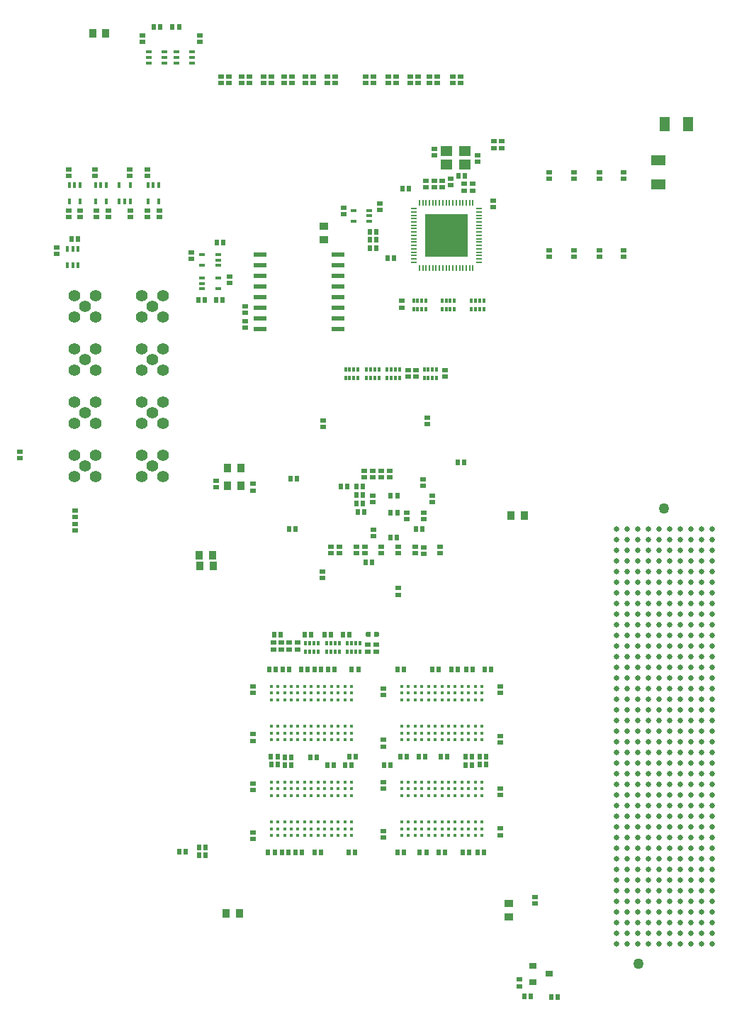
<source format=gbr>
G04 #@! TF.GenerationSoftware,KiCad,Pcbnew,5.0.0-rc3-6a2723a~65~ubuntu16.04.1*
G04 #@! TF.CreationDate,2018-11-29T22:42:40+06:00*
G04 #@! TF.ProjectId,Ki5,4B69352E6B696361645F706362000000,rev?*
G04 #@! TF.SameCoordinates,Original*
G04 #@! TF.FileFunction,Paste,Bot*
G04 #@! TF.FilePolarity,Positive*
%FSLAX46Y46*%
G04 Gerber Fmt 4.6, Leading zero omitted, Abs format (unit mm)*
G04 Created by KiCad (PCBNEW 5.0.0-rc3-6a2723a~65~ubuntu16.04.1) date Thu Nov 29 22:42:40 2018*
%MOMM*%
%LPD*%
G01*
G04 APERTURE LIST*
%ADD10C,0.100000*%
%ADD11C,0.590000*%
%ADD12R,0.575000X0.650000*%
%ADD13R,5.200000X5.200000*%
%ADD14R,0.200000X0.800000*%
%ADD15R,0.800000X0.200000*%
%ADD16C,1.270000*%
%ADD17C,0.640000*%
%ADD18C,0.420000*%
%ADD19R,0.650000X0.575000*%
%ADD20R,0.820000X1.000000*%
%ADD21R,1.220000X1.800000*%
%ADD22R,1.800000X1.220000*%
%ADD23R,1.000000X0.820000*%
%ADD24C,1.400000*%
%ADD25R,0.650000X0.400000*%
%ADD26R,0.400000X0.650000*%
%ADD27R,0.900000X0.800000*%
%ADD28R,0.320000X0.500000*%
%ADD29R,0.400000X0.500000*%
%ADD30R,0.300000X0.500000*%
%ADD31R,1.500000X0.600000*%
%ADD32R,0.900000X1.000000*%
%ADD33R,1.400000X1.200000*%
G04 APERTURE END LIST*
D10*
G04 #@! TO.C,C284*
G36*
X76466958Y-101630710D02*
X76481276Y-101632834D01*
X76495317Y-101636351D01*
X76508946Y-101641228D01*
X76522031Y-101647417D01*
X76534447Y-101654858D01*
X76546073Y-101663481D01*
X76556798Y-101673202D01*
X76566519Y-101683927D01*
X76575142Y-101695553D01*
X76582583Y-101707969D01*
X76588772Y-101721054D01*
X76593649Y-101734683D01*
X76597166Y-101748724D01*
X76599290Y-101763042D01*
X76600000Y-101777500D01*
X76600000Y-102122500D01*
X76599290Y-102136958D01*
X76597166Y-102151276D01*
X76593649Y-102165317D01*
X76588772Y-102178946D01*
X76582583Y-102192031D01*
X76575142Y-102204447D01*
X76566519Y-102216073D01*
X76556798Y-102226798D01*
X76546073Y-102236519D01*
X76534447Y-102245142D01*
X76522031Y-102252583D01*
X76508946Y-102258772D01*
X76495317Y-102263649D01*
X76481276Y-102267166D01*
X76466958Y-102269290D01*
X76452500Y-102270000D01*
X76157500Y-102270000D01*
X76143042Y-102269290D01*
X76128724Y-102267166D01*
X76114683Y-102263649D01*
X76101054Y-102258772D01*
X76087969Y-102252583D01*
X76075553Y-102245142D01*
X76063927Y-102236519D01*
X76053202Y-102226798D01*
X76043481Y-102216073D01*
X76034858Y-102204447D01*
X76027417Y-102192031D01*
X76021228Y-102178946D01*
X76016351Y-102165317D01*
X76012834Y-102151276D01*
X76010710Y-102136958D01*
X76010000Y-102122500D01*
X76010000Y-101777500D01*
X76010710Y-101763042D01*
X76012834Y-101748724D01*
X76016351Y-101734683D01*
X76021228Y-101721054D01*
X76027417Y-101707969D01*
X76034858Y-101695553D01*
X76043481Y-101683927D01*
X76053202Y-101673202D01*
X76063927Y-101663481D01*
X76075553Y-101654858D01*
X76087969Y-101647417D01*
X76101054Y-101641228D01*
X76114683Y-101636351D01*
X76128724Y-101632834D01*
X76143042Y-101630710D01*
X76157500Y-101630000D01*
X76452500Y-101630000D01*
X76466958Y-101630710D01*
X76466958Y-101630710D01*
G37*
D11*
X76305000Y-101950000D03*
D10*
G36*
X75496958Y-101630710D02*
X75511276Y-101632834D01*
X75525317Y-101636351D01*
X75538946Y-101641228D01*
X75552031Y-101647417D01*
X75564447Y-101654858D01*
X75576073Y-101663481D01*
X75586798Y-101673202D01*
X75596519Y-101683927D01*
X75605142Y-101695553D01*
X75612583Y-101707969D01*
X75618772Y-101721054D01*
X75623649Y-101734683D01*
X75627166Y-101748724D01*
X75629290Y-101763042D01*
X75630000Y-101777500D01*
X75630000Y-102122500D01*
X75629290Y-102136958D01*
X75627166Y-102151276D01*
X75623649Y-102165317D01*
X75618772Y-102178946D01*
X75612583Y-102192031D01*
X75605142Y-102204447D01*
X75596519Y-102216073D01*
X75586798Y-102226798D01*
X75576073Y-102236519D01*
X75564447Y-102245142D01*
X75552031Y-102252583D01*
X75538946Y-102258772D01*
X75525317Y-102263649D01*
X75511276Y-102267166D01*
X75496958Y-102269290D01*
X75482500Y-102270000D01*
X75187500Y-102270000D01*
X75173042Y-102269290D01*
X75158724Y-102267166D01*
X75144683Y-102263649D01*
X75131054Y-102258772D01*
X75117969Y-102252583D01*
X75105553Y-102245142D01*
X75093927Y-102236519D01*
X75083202Y-102226798D01*
X75073481Y-102216073D01*
X75064858Y-102204447D01*
X75057417Y-102192031D01*
X75051228Y-102178946D01*
X75046351Y-102165317D01*
X75042834Y-102151276D01*
X75040710Y-102136958D01*
X75040000Y-102122500D01*
X75040000Y-101777500D01*
X75040710Y-101763042D01*
X75042834Y-101748724D01*
X75046351Y-101734683D01*
X75051228Y-101721054D01*
X75057417Y-101707969D01*
X75064858Y-101695553D01*
X75073481Y-101683927D01*
X75083202Y-101673202D01*
X75093927Y-101663481D01*
X75105553Y-101654858D01*
X75117969Y-101647417D01*
X75131054Y-101641228D01*
X75144683Y-101636351D01*
X75158724Y-101632834D01*
X75173042Y-101630710D01*
X75187500Y-101630000D01*
X75482500Y-101630000D01*
X75496958Y-101630710D01*
X75496958Y-101630710D01*
G37*
D11*
X75335000Y-101950000D03*
G04 #@! TD*
D12*
G04 #@! TO.C,C261*
X72332700Y-101972800D03*
X73107700Y-101972800D03*
G04 #@! TD*
D13*
G04 #@! TO.C,IC1*
X84636400Y-54318200D03*
D14*
X87836400Y-50418200D03*
X87436400Y-50418200D03*
X87036400Y-50418200D03*
X86636400Y-50418200D03*
X86236400Y-50418200D03*
X85836400Y-50418200D03*
X85436400Y-50418200D03*
X85036400Y-50418200D03*
X84636400Y-50418200D03*
X84236400Y-50418200D03*
X83836400Y-50418200D03*
X83436400Y-50418200D03*
X83036400Y-50418200D03*
X82636400Y-50418200D03*
X82236400Y-50418200D03*
X81836400Y-50418200D03*
X81436400Y-50418200D03*
D15*
X80736400Y-51118200D03*
X80736400Y-51518200D03*
X80736400Y-51918200D03*
X80736400Y-52318200D03*
X80736400Y-52718200D03*
X80736400Y-53118200D03*
X80736400Y-53518200D03*
X80736400Y-53918200D03*
X80736400Y-54318200D03*
X80736400Y-54718200D03*
X80736400Y-55118200D03*
X80736400Y-55518200D03*
X80736400Y-55918200D03*
X80736400Y-56318200D03*
X80736400Y-56718200D03*
X80736400Y-57118200D03*
X80736400Y-57518200D03*
D14*
X81436400Y-58218200D03*
X81836400Y-58218200D03*
X82236400Y-58218200D03*
X82636400Y-58218200D03*
X83036400Y-58218200D03*
X83436400Y-58218200D03*
X83836400Y-58218200D03*
X84236400Y-58218200D03*
X84636400Y-58218200D03*
X85036400Y-58218200D03*
X85436400Y-58218200D03*
X85836400Y-58218200D03*
X86236400Y-58218200D03*
X86636400Y-58218200D03*
X87036400Y-58218200D03*
X87436400Y-58218200D03*
X87836400Y-58218200D03*
D15*
X88536400Y-57518200D03*
X88536400Y-57118200D03*
X88536400Y-56718200D03*
X88536400Y-56318200D03*
X88536400Y-55918200D03*
X88536400Y-55518200D03*
X88536400Y-55118200D03*
X88536400Y-54718200D03*
X88536400Y-54318200D03*
X88536400Y-53918200D03*
X88536400Y-53518200D03*
X88536400Y-53118200D03*
X88536400Y-52718200D03*
X88536400Y-52318200D03*
X88536400Y-51918200D03*
X88536400Y-51518200D03*
X88536400Y-51118200D03*
G04 #@! TD*
D16*
G04 #@! TO.C,J9*
X107652600Y-141315000D03*
X110702600Y-86935000D03*
D17*
X104987600Y-138890000D03*
X104987600Y-137620000D03*
X104987600Y-136350000D03*
X104987600Y-135080000D03*
X104987600Y-133810000D03*
X104987600Y-132540000D03*
X104987600Y-131270000D03*
X104987600Y-130000000D03*
X104987600Y-128730000D03*
X104987600Y-127460000D03*
X104987600Y-126190000D03*
X104987600Y-124920000D03*
X104987600Y-123650000D03*
X104987600Y-122380000D03*
X104987600Y-121110000D03*
X104987600Y-119840000D03*
X104987600Y-118570000D03*
X104987600Y-117300000D03*
X104987600Y-116030000D03*
X104987600Y-114765000D03*
X104987600Y-113485000D03*
X104987600Y-112220000D03*
X104987600Y-110950000D03*
X104987600Y-109680000D03*
X104987600Y-108410000D03*
X104987600Y-107140000D03*
X104987600Y-105870000D03*
X104987600Y-104600000D03*
X104987600Y-103330000D03*
X104987600Y-102060000D03*
X104987600Y-100790000D03*
X104987600Y-99520000D03*
X104987600Y-98250000D03*
X104987600Y-96980000D03*
X104987600Y-95710000D03*
X104987600Y-94440000D03*
X104987600Y-93170000D03*
X104987600Y-91900000D03*
X104987600Y-90630000D03*
X104987600Y-89360000D03*
X106257600Y-138890000D03*
X106257600Y-137620000D03*
X106257600Y-136350000D03*
X106257600Y-135080000D03*
X106257600Y-133810000D03*
X106257600Y-132540000D03*
X106257600Y-131270000D03*
X106257600Y-130000000D03*
X106257600Y-128730000D03*
X106257600Y-127460000D03*
X106257600Y-126190000D03*
X106257600Y-124920000D03*
X106257600Y-123650000D03*
X106257600Y-122380000D03*
X106257600Y-121110000D03*
X106257600Y-119840000D03*
X106257600Y-118570000D03*
X106257600Y-117300000D03*
X106257600Y-116030000D03*
X106257600Y-114765000D03*
X106257600Y-113485000D03*
X106257600Y-112220000D03*
X106257600Y-110950000D03*
X106257600Y-109680000D03*
X106257600Y-108410000D03*
X106257600Y-107140000D03*
X106257600Y-105870000D03*
X106257600Y-104600000D03*
X106257600Y-103330000D03*
X106257600Y-102060000D03*
X106257600Y-100790000D03*
X106257600Y-99520000D03*
X106257600Y-98250000D03*
X106257600Y-96980000D03*
X106257600Y-95710000D03*
X106257600Y-94440000D03*
X106257600Y-93170000D03*
X106257600Y-91900000D03*
X106257600Y-90630000D03*
X106257600Y-89360000D03*
X110062600Y-138890000D03*
X110062600Y-137620000D03*
X110062600Y-136350000D03*
X110062600Y-135080000D03*
X110062600Y-133810000D03*
X110062600Y-132540000D03*
X110062600Y-131270000D03*
X110062600Y-130000000D03*
X110062600Y-128730000D03*
X110062600Y-127460000D03*
X110062600Y-126190000D03*
X110062600Y-124920000D03*
X110062600Y-123650000D03*
X110062600Y-122380000D03*
X110062600Y-121110000D03*
X110062600Y-119840000D03*
X110062600Y-118570000D03*
X110062600Y-117300000D03*
X110062600Y-116030000D03*
X110062600Y-114765000D03*
X110062600Y-113485000D03*
X110062600Y-112220000D03*
X110062600Y-110950000D03*
X110062600Y-109680000D03*
X110062600Y-108410000D03*
X110062600Y-107140000D03*
X110062600Y-105870000D03*
X110062600Y-104600000D03*
X110062600Y-103330000D03*
X110062600Y-102060000D03*
X110062600Y-100790000D03*
X110062600Y-99520000D03*
X110062600Y-98250000D03*
X110062600Y-96980000D03*
X110062600Y-95710000D03*
X110062600Y-94440000D03*
X110062600Y-93170000D03*
X110062600Y-91900000D03*
X110062600Y-90630000D03*
X110062600Y-89360000D03*
X111342600Y-138890000D03*
X111342600Y-137620000D03*
X111342600Y-136350000D03*
X111342600Y-135080000D03*
X111342600Y-133810000D03*
X111342600Y-132540000D03*
X111342600Y-131270000D03*
X111342600Y-130000000D03*
X111342600Y-128730000D03*
X111342600Y-127460000D03*
X111342600Y-126190000D03*
X111342600Y-124920000D03*
X111342600Y-123650000D03*
X111342600Y-122380000D03*
X111342600Y-121110000D03*
X111342600Y-119840000D03*
X111342600Y-118570000D03*
X111342600Y-117300000D03*
X111342600Y-116030000D03*
X111342600Y-114765000D03*
X111342600Y-113485000D03*
X111342600Y-112220000D03*
X111342600Y-110950000D03*
X111342600Y-109680000D03*
X111342600Y-108410000D03*
X111342600Y-107140000D03*
X111342600Y-105870000D03*
X111342600Y-104600000D03*
X111342600Y-103330000D03*
X111342600Y-102060000D03*
X111342600Y-100790000D03*
X111342600Y-99520000D03*
X111342600Y-98250000D03*
X111342600Y-96980000D03*
X111342600Y-95710000D03*
X111342600Y-94440000D03*
X111342600Y-93170000D03*
X111342600Y-91900000D03*
X111342600Y-90630000D03*
X111342600Y-89360000D03*
X116417600Y-138890000D03*
X116417600Y-137620000D03*
X116417600Y-136350000D03*
X116417600Y-135080000D03*
X116417600Y-133810000D03*
X116417600Y-132540000D03*
X116417600Y-131270000D03*
X116417600Y-130000000D03*
X116417600Y-128730000D03*
X116417600Y-127460000D03*
X116417600Y-126190000D03*
X116417600Y-124920000D03*
X116417600Y-123650000D03*
X116417600Y-122380000D03*
X116417600Y-121110000D03*
X116417600Y-119840000D03*
X116417600Y-118570000D03*
X116417600Y-117300000D03*
X116417600Y-116030000D03*
X116417600Y-114765000D03*
X116417600Y-113485000D03*
X116417600Y-112220000D03*
X116417600Y-110950000D03*
X116417600Y-109680000D03*
X116417600Y-108410000D03*
X116417600Y-107140000D03*
X116417600Y-105870000D03*
X116417600Y-104600000D03*
X116417600Y-103330000D03*
X116417600Y-102060000D03*
X116417600Y-100790000D03*
X116417600Y-99520000D03*
X116417600Y-98250000D03*
X116417600Y-96980000D03*
X116417600Y-95710000D03*
X116417600Y-94440000D03*
X116417600Y-93170000D03*
X116417600Y-91900000D03*
X116417600Y-90630000D03*
X116417600Y-89360000D03*
X115147600Y-138890000D03*
X115147600Y-137620000D03*
X115147600Y-136350000D03*
X115147600Y-135080000D03*
X115147600Y-133810000D03*
X115147600Y-132540000D03*
X115147600Y-131270000D03*
X115147600Y-130000000D03*
X115147600Y-128730000D03*
X115147600Y-127460000D03*
X115147600Y-126190000D03*
X115147600Y-124920000D03*
X115147600Y-123650000D03*
X115147600Y-122380000D03*
X115147600Y-121110000D03*
X115147600Y-119840000D03*
X115147600Y-118570000D03*
X115147600Y-117300000D03*
X115147600Y-116030000D03*
X115147600Y-114765000D03*
X115147600Y-113485000D03*
X115147600Y-112220000D03*
X115147600Y-110950000D03*
X115147600Y-109680000D03*
X115147600Y-108410000D03*
X115147600Y-107140000D03*
X115147600Y-105870000D03*
X115147600Y-104600000D03*
X115147600Y-103330000D03*
X115147600Y-102060000D03*
X115147600Y-100790000D03*
X115147600Y-99520000D03*
X115147600Y-98250000D03*
X115147600Y-96980000D03*
X115147600Y-95710000D03*
X115147600Y-94440000D03*
X115147600Y-93170000D03*
X115147600Y-91900000D03*
X115147600Y-90630000D03*
X115147600Y-89360000D03*
X108797600Y-89360000D03*
X108797600Y-90630000D03*
X108797600Y-91900000D03*
X108797600Y-93170000D03*
X108797600Y-94440000D03*
X108797600Y-95710000D03*
X108797600Y-96980000D03*
X108797600Y-98250000D03*
X108797600Y-99520000D03*
X108797600Y-100790000D03*
X108797600Y-102060000D03*
X108797600Y-103330000D03*
X108797600Y-104600000D03*
X108797600Y-105870000D03*
X108797600Y-107140000D03*
X108797600Y-108410000D03*
X108797600Y-109680000D03*
X108797600Y-110950000D03*
X108797600Y-112220000D03*
X108797600Y-113485000D03*
X108797600Y-138890000D03*
X108797600Y-137620000D03*
X108797600Y-136350000D03*
X108797600Y-135080000D03*
X108797600Y-133810000D03*
X108797600Y-132540000D03*
X108797600Y-131270000D03*
X108797600Y-130000000D03*
X108797600Y-128730000D03*
X108797600Y-127460000D03*
X108797600Y-126190000D03*
X108797600Y-124920000D03*
X108797600Y-123650000D03*
X108797600Y-122380000D03*
X108797600Y-121110000D03*
X108797600Y-119840000D03*
X108797600Y-118570000D03*
X108797600Y-117300000D03*
X108797600Y-116030000D03*
X108797600Y-114765000D03*
X107527600Y-114765000D03*
X107527600Y-116030000D03*
X107527600Y-117300000D03*
X107527600Y-118570000D03*
X107527600Y-119840000D03*
X107527600Y-121110000D03*
X107527600Y-122380000D03*
X107527600Y-123650000D03*
X107527600Y-124920000D03*
X107527600Y-126190000D03*
X107527600Y-127460000D03*
X107527600Y-128730000D03*
X107527600Y-130000000D03*
X107527600Y-131270000D03*
X107527600Y-132540000D03*
X107527600Y-133810000D03*
X107527600Y-135080000D03*
X107527600Y-136350000D03*
X107527600Y-137620000D03*
X107527600Y-138890000D03*
X107527600Y-113485000D03*
X107527600Y-112220000D03*
X107527600Y-110950000D03*
X107527600Y-109680000D03*
X107527600Y-108410000D03*
X107527600Y-107140000D03*
X107527600Y-105870000D03*
X107527600Y-104600000D03*
X107527600Y-103330000D03*
X107527600Y-102060000D03*
X107527600Y-100790000D03*
X107527600Y-99520000D03*
X107527600Y-98250000D03*
X107527600Y-96980000D03*
X107527600Y-95710000D03*
X107527600Y-94440000D03*
X107527600Y-93170000D03*
X107527600Y-91900000D03*
X107527600Y-90630000D03*
X107527600Y-89360000D03*
X112607600Y-89360000D03*
X112607600Y-90630000D03*
X112607600Y-91900000D03*
X112607600Y-93170000D03*
X112607600Y-94440000D03*
X112607600Y-95710000D03*
X112607600Y-96980000D03*
X112607600Y-98250000D03*
X112607600Y-99520000D03*
X112607600Y-100790000D03*
X112607600Y-102060000D03*
X112607600Y-103330000D03*
X112607600Y-104600000D03*
X112607600Y-105870000D03*
X112607600Y-107140000D03*
X112607600Y-108410000D03*
X112607600Y-109680000D03*
X112607600Y-110950000D03*
X112607600Y-112220000D03*
X112607600Y-113485000D03*
X112607600Y-138890000D03*
X112607600Y-137620000D03*
X112607600Y-136350000D03*
X112607600Y-135080000D03*
X112607600Y-133810000D03*
X112607600Y-132540000D03*
X112607600Y-131270000D03*
X112607600Y-130000000D03*
X112607600Y-128730000D03*
X112607600Y-127460000D03*
X112607600Y-126190000D03*
X112607600Y-124920000D03*
X112607600Y-123650000D03*
X112607600Y-122380000D03*
X112607600Y-121110000D03*
X112607600Y-119840000D03*
X112607600Y-118570000D03*
X112607600Y-117300000D03*
X112607600Y-116030000D03*
X112607600Y-114765000D03*
X113877600Y-114765000D03*
X113877600Y-116030000D03*
X113877600Y-117300000D03*
X113877600Y-118570000D03*
X113877600Y-119840000D03*
X113877600Y-121110000D03*
X113877600Y-122380000D03*
X113877600Y-123650000D03*
X113877600Y-124920000D03*
X113877600Y-126190000D03*
X113877600Y-127460000D03*
X113877600Y-128730000D03*
X113877600Y-130000000D03*
X113877600Y-131270000D03*
X113877600Y-132540000D03*
X113877600Y-133810000D03*
X113877600Y-135080000D03*
X113877600Y-136350000D03*
X113877600Y-137620000D03*
X113877600Y-138890000D03*
X113877600Y-113485000D03*
X113877600Y-112220000D03*
X113877600Y-110950000D03*
X113877600Y-109680000D03*
X113877600Y-108410000D03*
X113877600Y-107140000D03*
X113877600Y-105870000D03*
X113877600Y-104600000D03*
X113877600Y-103330000D03*
X113877600Y-102060000D03*
X113877600Y-100790000D03*
X113877600Y-99520000D03*
X113877600Y-98250000D03*
X113877600Y-96980000D03*
X113877600Y-95710000D03*
X113877600Y-94440000D03*
X113877600Y-93170000D03*
X113877600Y-91900000D03*
X113877600Y-90630000D03*
X113877600Y-89360000D03*
G04 #@! TD*
D18*
G04 #@! TO.C,U8*
X86525000Y-124375000D03*
X87325000Y-124375000D03*
X79325000Y-119575000D03*
X79325000Y-120375000D03*
X79325000Y-121175000D03*
X79325000Y-124375000D03*
X79325000Y-125175000D03*
X79325000Y-125975000D03*
X80125000Y-119575000D03*
X80125000Y-120375000D03*
X80125000Y-121175000D03*
X80125000Y-124375000D03*
X80125000Y-125175000D03*
X80125000Y-125975000D03*
X80925000Y-119575000D03*
X80925000Y-120375000D03*
X80925000Y-121175000D03*
X80925000Y-124375000D03*
X80925000Y-125175000D03*
X80925000Y-125975000D03*
X81725000Y-119575000D03*
X81725000Y-120375000D03*
X81725000Y-121175000D03*
X81725000Y-124375000D03*
X81725000Y-125175000D03*
X81725000Y-125975000D03*
X82525000Y-119575000D03*
X82525000Y-120375000D03*
X82525000Y-121175000D03*
X82525000Y-124375000D03*
X82525000Y-125175000D03*
X82525000Y-125975000D03*
X83325000Y-119575000D03*
X83325000Y-120375000D03*
X83325000Y-121175000D03*
X83325000Y-124375000D03*
X83325000Y-125175000D03*
X83325000Y-125975000D03*
X84125000Y-119575000D03*
X84125000Y-120375000D03*
X84125000Y-121175000D03*
X84125000Y-124375000D03*
X84125000Y-125175000D03*
X84125000Y-125975000D03*
X84925000Y-119575000D03*
X84925000Y-120375000D03*
X84925000Y-121175000D03*
X84925000Y-124375000D03*
X84925000Y-125175000D03*
X84925000Y-125975000D03*
X85725000Y-119575000D03*
X85725000Y-120375000D03*
X85725000Y-121175000D03*
X85725000Y-124375000D03*
X85725000Y-125175000D03*
X85725000Y-125975000D03*
X86525000Y-119575000D03*
X86525000Y-120375000D03*
X86525000Y-121175000D03*
X86525000Y-125175000D03*
X86525000Y-125975000D03*
X87325000Y-119575000D03*
X87325000Y-120375000D03*
X87325000Y-121175000D03*
X87325000Y-125175000D03*
X87325000Y-125975000D03*
X88125000Y-119575000D03*
X88125000Y-120375000D03*
X88125000Y-121175000D03*
X88125000Y-124375000D03*
X88125000Y-125175000D03*
X88125000Y-125975000D03*
X88925000Y-119575000D03*
X88925000Y-120375000D03*
X88925000Y-121175000D03*
X88925000Y-124375000D03*
X88925000Y-125175000D03*
X88925000Y-125975000D03*
G04 #@! TD*
G04 #@! TO.C,U5*
X66125000Y-121175000D03*
X65325000Y-121175000D03*
X73325000Y-125975000D03*
X73325000Y-125175000D03*
X73325000Y-124375000D03*
X73325000Y-121175000D03*
X73325000Y-120375000D03*
X73325000Y-119575000D03*
X72525000Y-125975000D03*
X72525000Y-125175000D03*
X72525000Y-124375000D03*
X72525000Y-121175000D03*
X72525000Y-120375000D03*
X72525000Y-119575000D03*
X71725000Y-125975000D03*
X71725000Y-125175000D03*
X71725000Y-124375000D03*
X71725000Y-121175000D03*
X71725000Y-120375000D03*
X71725000Y-119575000D03*
X70925000Y-125975000D03*
X70925000Y-125175000D03*
X70925000Y-124375000D03*
X70925000Y-121175000D03*
X70925000Y-120375000D03*
X70925000Y-119575000D03*
X70125000Y-125975000D03*
X70125000Y-125175000D03*
X70125000Y-124375000D03*
X70125000Y-121175000D03*
X70125000Y-120375000D03*
X70125000Y-119575000D03*
X69325000Y-125975000D03*
X69325000Y-125175000D03*
X69325000Y-124375000D03*
X69325000Y-121175000D03*
X69325000Y-120375000D03*
X69325000Y-119575000D03*
X68525000Y-125975000D03*
X68525000Y-125175000D03*
X68525000Y-124375000D03*
X68525000Y-121175000D03*
X68525000Y-120375000D03*
X68525000Y-119575000D03*
X67725000Y-125975000D03*
X67725000Y-125175000D03*
X67725000Y-124375000D03*
X67725000Y-121175000D03*
X67725000Y-120375000D03*
X67725000Y-119575000D03*
X66925000Y-125975000D03*
X66925000Y-125175000D03*
X66925000Y-124375000D03*
X66925000Y-121175000D03*
X66925000Y-120375000D03*
X66925000Y-119575000D03*
X66125000Y-125975000D03*
X66125000Y-125175000D03*
X66125000Y-124375000D03*
X66125000Y-120375000D03*
X66125000Y-119575000D03*
X65325000Y-125975000D03*
X65325000Y-125175000D03*
X65325000Y-124375000D03*
X65325000Y-120375000D03*
X65325000Y-119575000D03*
X64525000Y-125975000D03*
X64525000Y-125175000D03*
X64525000Y-124375000D03*
X64525000Y-121175000D03*
X64525000Y-120375000D03*
X64525000Y-119575000D03*
X63725000Y-125975000D03*
X63725000Y-125175000D03*
X63725000Y-124375000D03*
X63725000Y-121175000D03*
X63725000Y-120375000D03*
X63725000Y-119575000D03*
G04 #@! TD*
G04 #@! TO.C,U6*
X86525000Y-112950000D03*
X87325000Y-112950000D03*
X79325000Y-108150000D03*
X79325000Y-108950000D03*
X79325000Y-109750000D03*
X79325000Y-112950000D03*
X79325000Y-113750000D03*
X79325000Y-114550000D03*
X80125000Y-108150000D03*
X80125000Y-108950000D03*
X80125000Y-109750000D03*
X80125000Y-112950000D03*
X80125000Y-113750000D03*
X80125000Y-114550000D03*
X80925000Y-108150000D03*
X80925000Y-108950000D03*
X80925000Y-109750000D03*
X80925000Y-112950000D03*
X80925000Y-113750000D03*
X80925000Y-114550000D03*
X81725000Y-108150000D03*
X81725000Y-108950000D03*
X81725000Y-109750000D03*
X81725000Y-112950000D03*
X81725000Y-113750000D03*
X81725000Y-114550000D03*
X82525000Y-108150000D03*
X82525000Y-108950000D03*
X82525000Y-109750000D03*
X82525000Y-112950000D03*
X82525000Y-113750000D03*
X82525000Y-114550000D03*
X83325000Y-108150000D03*
X83325000Y-108950000D03*
X83325000Y-109750000D03*
X83325000Y-112950000D03*
X83325000Y-113750000D03*
X83325000Y-114550000D03*
X84125000Y-108150000D03*
X84125000Y-108950000D03*
X84125000Y-109750000D03*
X84125000Y-112950000D03*
X84125000Y-113750000D03*
X84125000Y-114550000D03*
X84925000Y-108150000D03*
X84925000Y-108950000D03*
X84925000Y-109750000D03*
X84925000Y-112950000D03*
X84925000Y-113750000D03*
X84925000Y-114550000D03*
X85725000Y-108150000D03*
X85725000Y-108950000D03*
X85725000Y-109750000D03*
X85725000Y-112950000D03*
X85725000Y-113750000D03*
X85725000Y-114550000D03*
X86525000Y-108150000D03*
X86525000Y-108950000D03*
X86525000Y-109750000D03*
X86525000Y-113750000D03*
X86525000Y-114550000D03*
X87325000Y-108150000D03*
X87325000Y-108950000D03*
X87325000Y-109750000D03*
X87325000Y-113750000D03*
X87325000Y-114550000D03*
X88125000Y-108150000D03*
X88125000Y-108950000D03*
X88125000Y-109750000D03*
X88125000Y-112950000D03*
X88125000Y-113750000D03*
X88125000Y-114550000D03*
X88925000Y-108150000D03*
X88925000Y-108950000D03*
X88925000Y-109750000D03*
X88925000Y-112950000D03*
X88925000Y-113750000D03*
X88925000Y-114550000D03*
G04 #@! TD*
G04 #@! TO.C,U3*
X66125000Y-109750000D03*
X65325000Y-109750000D03*
X73325000Y-114550000D03*
X73325000Y-113750000D03*
X73325000Y-112950000D03*
X73325000Y-109750000D03*
X73325000Y-108950000D03*
X73325000Y-108150000D03*
X72525000Y-114550000D03*
X72525000Y-113750000D03*
X72525000Y-112950000D03*
X72525000Y-109750000D03*
X72525000Y-108950000D03*
X72525000Y-108150000D03*
X71725000Y-114550000D03*
X71725000Y-113750000D03*
X71725000Y-112950000D03*
X71725000Y-109750000D03*
X71725000Y-108950000D03*
X71725000Y-108150000D03*
X70925000Y-114550000D03*
X70925000Y-113750000D03*
X70925000Y-112950000D03*
X70925000Y-109750000D03*
X70925000Y-108950000D03*
X70925000Y-108150000D03*
X70125000Y-114550000D03*
X70125000Y-113750000D03*
X70125000Y-112950000D03*
X70125000Y-109750000D03*
X70125000Y-108950000D03*
X70125000Y-108150000D03*
X69325000Y-114550000D03*
X69325000Y-113750000D03*
X69325000Y-112950000D03*
X69325000Y-109750000D03*
X69325000Y-108950000D03*
X69325000Y-108150000D03*
X68525000Y-114550000D03*
X68525000Y-113750000D03*
X68525000Y-112950000D03*
X68525000Y-109750000D03*
X68525000Y-108950000D03*
X68525000Y-108150000D03*
X67725000Y-114550000D03*
X67725000Y-113750000D03*
X67725000Y-112950000D03*
X67725000Y-109750000D03*
X67725000Y-108950000D03*
X67725000Y-108150000D03*
X66925000Y-114550000D03*
X66925000Y-113750000D03*
X66925000Y-112950000D03*
X66925000Y-109750000D03*
X66925000Y-108950000D03*
X66925000Y-108150000D03*
X66125000Y-114550000D03*
X66125000Y-113750000D03*
X66125000Y-112950000D03*
X66125000Y-108950000D03*
X66125000Y-108150000D03*
X65325000Y-114550000D03*
X65325000Y-113750000D03*
X65325000Y-112950000D03*
X65325000Y-108950000D03*
X65325000Y-108150000D03*
X64525000Y-114550000D03*
X64525000Y-113750000D03*
X64525000Y-112950000D03*
X64525000Y-109750000D03*
X64525000Y-108950000D03*
X64525000Y-108150000D03*
X63725000Y-114550000D03*
X63725000Y-113750000D03*
X63725000Y-112950000D03*
X63725000Y-109750000D03*
X63725000Y-108950000D03*
X63725000Y-108150000D03*
G04 #@! TD*
D19*
G04 #@! TO.C,C9*
X61550000Y-108962500D03*
X61550000Y-108187500D03*
G04 #@! TD*
D12*
G04 #@! TO.C,C10*
X73362500Y-106125000D03*
X74137500Y-106125000D03*
G04 #@! TD*
G04 #@! TO.C,C11*
X68062500Y-106125000D03*
X67287500Y-106125000D03*
G04 #@! TD*
G04 #@! TO.C,C12*
X69712500Y-128000000D03*
X68937500Y-128000000D03*
G04 #@! TD*
G04 #@! TO.C,C13*
X69163100Y-116611400D03*
X68388100Y-116611400D03*
G04 #@! TD*
D19*
G04 #@! TO.C,C14*
X61550000Y-114662500D03*
X61550000Y-113887500D03*
G04 #@! TD*
D12*
G04 #@! TO.C,C15*
X65362500Y-116600000D03*
X66137500Y-116600000D03*
G04 #@! TD*
G04 #@! TO.C,C16*
X65112500Y-106125000D03*
X65887500Y-106125000D03*
G04 #@! TD*
G04 #@! TO.C,C19*
X71312500Y-106125000D03*
X70537500Y-106125000D03*
G04 #@! TD*
D19*
G04 #@! TO.C,C21*
X61550000Y-119737500D03*
X61550000Y-120512500D03*
G04 #@! TD*
D12*
G04 #@! TO.C,C22*
X65787500Y-128025000D03*
X65012500Y-128025000D03*
G04 #@! TD*
G04 #@! TO.C,C23*
X72562500Y-117550000D03*
X73337500Y-117550000D03*
G04 #@! TD*
G04 #@! TO.C,C24*
X68912500Y-106125000D03*
X69687500Y-106125000D03*
G04 #@! TD*
G04 #@! TO.C,C25*
X66137500Y-117550000D03*
X65362500Y-117550000D03*
G04 #@! TD*
D19*
G04 #@! TO.C,C26*
X61550000Y-126362500D03*
X61550000Y-125587500D03*
G04 #@! TD*
D12*
G04 #@! TO.C,C28*
X66662500Y-128025000D03*
X67437500Y-128025000D03*
G04 #@! TD*
G04 #@! TO.C,C38*
X64260900Y-106125000D03*
X63485900Y-106125000D03*
G04 #@! TD*
G04 #@! TO.C,C39*
X70462500Y-117550000D03*
X71237500Y-117550000D03*
G04 #@! TD*
G04 #@! TO.C,C40*
X73837500Y-116575000D03*
X73062500Y-116575000D03*
G04 #@! TD*
D19*
G04 #@! TO.C,C41*
X77125000Y-108387500D03*
X77125000Y-109162500D03*
G04 #@! TD*
D12*
G04 #@! TO.C,C42*
X83712500Y-106125000D03*
X82937500Y-106125000D03*
G04 #@! TD*
G04 #@! TO.C,C43*
X85262500Y-106125000D03*
X86037500Y-106125000D03*
G04 #@! TD*
G04 #@! TO.C,C44*
X79907300Y-116575000D03*
X79132300Y-116575000D03*
G04 #@! TD*
G04 #@! TO.C,C45*
X83958300Y-116575000D03*
X84733300Y-116575000D03*
G04 #@! TD*
D19*
G04 #@! TO.C,C46*
X91122500Y-108134000D03*
X91122500Y-108909000D03*
G04 #@! TD*
D12*
G04 #@! TO.C,C47*
X86980900Y-116575000D03*
X87755900Y-116575000D03*
G04 #@! TD*
G04 #@! TO.C,C48*
X87812500Y-106125000D03*
X87037500Y-106125000D03*
G04 #@! TD*
D19*
G04 #@! TO.C,C50*
X77150000Y-115337500D03*
X77150000Y-114562500D03*
G04 #@! TD*
D12*
G04 #@! TO.C,C57*
X83729700Y-128000000D03*
X84504700Y-128000000D03*
G04 #@! TD*
D19*
G04 #@! TO.C,C58*
X77150000Y-125412500D03*
X77150000Y-126187500D03*
G04 #@! TD*
G04 #@! TO.C,C59*
X91100000Y-120362500D03*
X91100000Y-121137500D03*
G04 #@! TD*
G04 #@! TO.C,C60*
X77150000Y-120337500D03*
X77150000Y-119562500D03*
G04 #@! TD*
D12*
G04 #@! TO.C,C61*
X79612500Y-128000000D03*
X78837500Y-128000000D03*
G04 #@! TD*
G04 #@! TO.C,C62*
X87755900Y-117550000D03*
X86980900Y-117550000D03*
G04 #@! TD*
G04 #@! TO.C,C63*
X86637500Y-128000000D03*
X87412500Y-128000000D03*
G04 #@! TD*
D19*
G04 #@! TO.C,C64*
X91100000Y-125912500D03*
X91100000Y-125137500D03*
G04 #@! TD*
D12*
G04 #@! TO.C,C67*
X81362500Y-116575000D03*
X82137500Y-116575000D03*
G04 #@! TD*
D19*
G04 #@! TO.C,C71*
X91125000Y-114887500D03*
X91125000Y-114112500D03*
G04 #@! TD*
D12*
G04 #@! TO.C,C87*
X82262500Y-128000000D03*
X81487500Y-128000000D03*
G04 #@! TD*
D19*
G04 #@! TO.C,C94*
X71925200Y-91509700D03*
X71925200Y-92284700D03*
G04 #@! TD*
G04 #@! TO.C,C95*
X73906400Y-91458900D03*
X73906400Y-92233900D03*
G04 #@! TD*
G04 #@! TO.C,C96*
X74897000Y-91516100D03*
X74897000Y-92291100D03*
G04 #@! TD*
G04 #@! TO.C,C97*
X81940400Y-92335500D03*
X81940400Y-91560500D03*
G04 #@! TD*
G04 #@! TO.C,C98*
X78910200Y-92284700D03*
X78910200Y-91509700D03*
G04 #@! TD*
G04 #@! TO.C,C99*
X80975200Y-92233900D03*
X80975200Y-91458900D03*
G04 #@! TD*
D20*
G04 #@! TO.C,C111*
X42380000Y-30226000D03*
X43980000Y-30226000D03*
G04 #@! TD*
D19*
G04 #@! TO.C,C125*
X76903600Y-91509700D03*
X76903600Y-92284700D03*
G04 #@! TD*
G04 #@! TO.C,C126*
X75938400Y-89477700D03*
X75938400Y-90252700D03*
G04 #@! TD*
D12*
G04 #@! TO.C,C127*
X73932900Y-85344000D03*
X74707900Y-85344000D03*
G04 #@! TD*
G04 #@! TO.C,C128*
X74828400Y-87325200D03*
X74053400Y-87325200D03*
G04 #@! TD*
G04 #@! TO.C,C129*
X73932900Y-86360000D03*
X74707900Y-86360000D03*
G04 #@! TD*
D19*
G04 #@! TO.C,C130*
X77927200Y-83191500D03*
X77927200Y-82416500D03*
G04 #@! TD*
G04 #@! TO.C,C131*
X76911200Y-83191500D03*
X76911200Y-82416500D03*
G04 #@! TD*
G04 #@! TO.C,C132*
X75895200Y-82416500D03*
X75895200Y-83191500D03*
G04 #@! TD*
G04 #@! TO.C,C133*
X74879200Y-82416500D03*
X74879200Y-83191500D03*
G04 #@! TD*
G04 #@! TO.C,C134*
X60655200Y-65309900D03*
X60655200Y-64534900D03*
G04 #@! TD*
G04 #@! TO.C,C136*
X61562000Y-83991300D03*
X61562000Y-84766300D03*
G04 #@! TD*
D12*
G04 #@! TO.C,C163*
X97966700Y-145237200D03*
X97191700Y-145237200D03*
G04 #@! TD*
G04 #@! TO.C,C166*
X57110500Y-62052200D03*
X57885500Y-62052200D03*
G04 #@! TD*
G04 #@! TO.C,C167*
X55027700Y-62052200D03*
X55802700Y-62052200D03*
G04 #@! TD*
G04 #@! TO.C,C168*
X57262900Y-55143400D03*
X58037900Y-55143400D03*
G04 #@! TD*
D19*
G04 #@! TO.C,C169*
X54196000Y-56356100D03*
X54196000Y-57131100D03*
G04 #@! TD*
G04 #@! TO.C,C170*
X39522400Y-52101900D03*
X39522400Y-51326900D03*
G04 #@! TD*
G04 #@! TO.C,C171*
X39573200Y-47225100D03*
X39573200Y-46450100D03*
G04 #@! TD*
G04 #@! TO.C,C172*
X48971200Y-51326900D03*
X48971200Y-52101900D03*
G04 #@! TD*
G04 #@! TO.C,C173*
X48971200Y-46450100D03*
X48971200Y-47225100D03*
G04 #@! TD*
G04 #@! TO.C,C174*
X46888400Y-52101900D03*
X46888400Y-51326900D03*
G04 #@! TD*
G04 #@! TO.C,C175*
X46837600Y-47225100D03*
X46837600Y-46450100D03*
G04 #@! TD*
G04 #@! TO.C,C176*
X42824400Y-51326900D03*
X42824400Y-52101900D03*
G04 #@! TD*
G04 #@! TO.C,C177*
X42672000Y-47225100D03*
X42672000Y-46450100D03*
G04 #@! TD*
G04 #@! TO.C,C197*
X88392000Y-44773700D03*
X88392000Y-45548700D03*
G04 #@! TD*
G04 #@! TO.C,C198*
X83210400Y-44735900D03*
X83210400Y-43960900D03*
G04 #@! TD*
G04 #@! TO.C,C199*
X96977200Y-56877100D03*
X96977200Y-56102100D03*
G04 #@! TD*
G04 #@! TO.C,C200*
X99923600Y-56102100D03*
X99923600Y-56877100D03*
G04 #@! TD*
G04 #@! TO.C,C201*
X102920800Y-56877100D03*
X102920800Y-56102100D03*
G04 #@! TD*
G04 #@! TO.C,C202*
X105867200Y-56877100D03*
X105867200Y-56102100D03*
G04 #@! TD*
D21*
G04 #@! TO.C,C203*
X113563400Y-41021000D03*
X110703400Y-41021000D03*
G04 #@! TD*
D22*
G04 #@! TO.C,C204*
X109982000Y-45356800D03*
X109982000Y-48216800D03*
G04 #@! TD*
D19*
G04 #@! TO.C,C205*
X87782400Y-48177300D03*
X87782400Y-48952300D03*
G04 #@! TD*
D12*
G04 #@! TO.C,C206*
X72053300Y-84328000D03*
X72828300Y-84328000D03*
G04 #@! TD*
G04 #@! TO.C,C207*
X73932900Y-84277200D03*
X74707900Y-84277200D03*
G04 #@! TD*
D19*
G04 #@! TO.C,C216*
X76751200Y-51289100D03*
X76751200Y-50514100D03*
G04 #@! TD*
G04 #@! TO.C,C217*
X72390000Y-51797100D03*
X72390000Y-51022100D03*
G04 #@! TD*
D12*
G04 #@! TO.C,C240*
X72962500Y-128000000D03*
X73737500Y-128000000D03*
G04 #@! TD*
D19*
G04 #@! TO.C,C242*
X93413600Y-143948300D03*
X93413600Y-143173300D03*
G04 #@! TD*
G04 #@! TO.C,C243*
X69893200Y-94481500D03*
X69893200Y-95256500D03*
G04 #@! TD*
G04 #@! TO.C,C244*
X78910200Y-96437300D03*
X78910200Y-97212300D03*
G04 #@! TD*
D12*
G04 #@! TO.C,C245*
X65873500Y-89382600D03*
X66648500Y-89382600D03*
G04 #@! TD*
G04 #@! TO.C,C246*
X86041100Y-81381600D03*
X86816100Y-81381600D03*
G04 #@! TD*
D19*
G04 #@! TO.C,C247*
X81907400Y-84207500D03*
X81907400Y-83432500D03*
G04 #@! TD*
G04 #@! TO.C,C248*
X75862200Y-85413700D03*
X75862200Y-86188700D03*
G04 #@! TD*
D12*
G04 #@! TO.C,C249*
X78789700Y-87401400D03*
X78014700Y-87401400D03*
G04 #@! TD*
D19*
G04 #@! TO.C,C250*
X81932800Y-87445700D03*
X81932800Y-88220700D03*
G04 #@! TD*
D12*
G04 #@! TO.C,C251*
X78789700Y-85394800D03*
X78014700Y-85394800D03*
G04 #@! TD*
G04 #@! TO.C,C252*
X78738900Y-90373200D03*
X77963900Y-90373200D03*
G04 #@! TD*
G04 #@! TO.C,C253*
X66826300Y-83337400D03*
X66051300Y-83337400D03*
G04 #@! TD*
D19*
G04 #@! TO.C,C254*
X82359500Y-76066500D03*
X82359500Y-76841500D03*
G04 #@! TD*
G04 #@! TO.C,C255*
X69951600Y-77197100D03*
X69951600Y-76422100D03*
G04 #@! TD*
G04 #@! TO.C,C256*
X79900800Y-88169900D03*
X79900800Y-87394900D03*
G04 #@! TD*
D12*
G04 #@! TO.C,C257*
X81812300Y-89357200D03*
X81037300Y-89357200D03*
G04 #@! TD*
D19*
G04 #@! TO.C,C258*
X82948800Y-85413700D03*
X82948800Y-86188700D03*
G04 #@! TD*
G04 #@! TO.C,C259*
X66878200Y-103731900D03*
X66878200Y-102956900D03*
G04 #@! TD*
D12*
G04 #@! TO.C,C260*
X70097500Y-102023600D03*
X70872500Y-102023600D03*
G04 #@! TD*
G04 #@! TO.C,C264*
X68535700Y-102023600D03*
X67760700Y-102023600D03*
G04 #@! TD*
G04 #@! TO.C,C265*
X64878100Y-102023600D03*
X64103100Y-102023600D03*
G04 #@! TD*
G04 #@! TO.C,C266*
X75042900Y-93370400D03*
X75817900Y-93370400D03*
G04 #@! TD*
G04 #@! TO.C,C268*
X63714500Y-117525800D03*
X64489500Y-117525800D03*
G04 #@! TD*
G04 #@! TO.C,C273*
X78852900Y-106125000D03*
X79627900Y-106125000D03*
G04 #@! TD*
G04 #@! TO.C,C274*
X88612500Y-116575000D03*
X89387500Y-116575000D03*
G04 #@! TD*
G04 #@! TO.C,C275*
X88377900Y-128000000D03*
X89152900Y-128000000D03*
G04 #@! TD*
G04 #@! TO.C,C276*
X77237500Y-117550000D03*
X78012500Y-117550000D03*
G04 #@! TD*
D23*
G04 #@! TO.C,D10*
X92138500Y-135674000D03*
X92138500Y-134074000D03*
G04 #@! TD*
D20*
G04 #@! TO.C,D12*
X58323600Y-135305800D03*
X59923600Y-135305800D03*
G04 #@! TD*
D24*
G04 #@! TO.C,J3*
X41470600Y-62814200D03*
X42740600Y-64084200D03*
X42740600Y-61544200D03*
X40200600Y-61544200D03*
X40200600Y-64084200D03*
G04 #@! TD*
G04 #@! TO.C,J4*
X48303200Y-64084200D03*
X48303200Y-61544200D03*
X50843200Y-61544200D03*
X50843200Y-64084200D03*
X49573200Y-62814200D03*
G04 #@! TD*
G04 #@! TO.C,J5*
X40200600Y-70434200D03*
X40200600Y-67894200D03*
X42740600Y-67894200D03*
X42740600Y-70434200D03*
X41470600Y-69164200D03*
G04 #@! TD*
G04 #@! TO.C,J6*
X48303200Y-70434200D03*
X48303200Y-67894200D03*
X50843200Y-67894200D03*
X50843200Y-70434200D03*
X49573200Y-69164200D03*
G04 #@! TD*
G04 #@! TO.C,J15*
X40200600Y-83134200D03*
X40200600Y-80594200D03*
X42740600Y-80594200D03*
X42740600Y-83134200D03*
X41470600Y-81864200D03*
G04 #@! TD*
G04 #@! TO.C,J16*
X49573200Y-81864200D03*
X50843200Y-83134200D03*
X50843200Y-80594200D03*
X48303200Y-80594200D03*
X48303200Y-83134200D03*
G04 #@! TD*
G04 #@! TO.C,J17*
X41470600Y-75514200D03*
X42740600Y-76784200D03*
X42740600Y-74244200D03*
X40200600Y-74244200D03*
X40200600Y-76784200D03*
G04 #@! TD*
G04 #@! TO.C,J18*
X49573200Y-75514200D03*
X50843200Y-76784200D03*
X50843200Y-74244200D03*
X48303200Y-74244200D03*
X48303200Y-76784200D03*
G04 #@! TD*
D25*
G04 #@! TO.C,Q1*
X50988000Y-32433500D03*
X50988000Y-33733500D03*
X49088000Y-33083500D03*
X50988000Y-33083500D03*
X49088000Y-33733500D03*
X49088000Y-32433500D03*
G04 #@! TD*
G04 #@! TO.C,Q2*
X52407800Y-32433500D03*
X52407800Y-33733500D03*
X54307800Y-33083500D03*
X52407800Y-33083500D03*
X54307800Y-33733500D03*
X54307800Y-32433500D03*
G04 #@! TD*
D26*
G04 #@! TO.C,Q4*
X40680400Y-57846000D03*
X39380400Y-57846000D03*
X40030400Y-55946000D03*
X40030400Y-57846000D03*
X39380400Y-55946000D03*
X40680400Y-55946000D03*
G04 #@! TD*
D27*
G04 #@! TO.C,Q6*
X94979000Y-143444000D03*
X94979000Y-141544000D03*
X96979000Y-142494000D03*
G04 #@! TD*
D12*
G04 #@! TO.C,R2*
X64487500Y-116575000D03*
X63712500Y-116575000D03*
G04 #@! TD*
G04 #@! TO.C,R3*
X63362500Y-128025000D03*
X64137500Y-128025000D03*
G04 #@! TD*
G04 #@! TO.C,R5*
X89237500Y-106125000D03*
X90012500Y-106125000D03*
G04 #@! TD*
G04 #@! TO.C,R7*
X88637500Y-117525000D03*
X89412500Y-117525000D03*
G04 #@! TD*
D19*
G04 #@! TO.C,R13*
X40276800Y-87941300D03*
X40276800Y-87166300D03*
G04 #@! TD*
G04 #@! TO.C,R14*
X40276800Y-88791900D03*
X40276800Y-89566900D03*
G04 #@! TD*
G04 #@! TO.C,R16*
X48323500Y-31248500D03*
X48323500Y-30473500D03*
G04 #@! TD*
D12*
G04 #@! TO.C,R17*
X49714000Y-29400500D03*
X50489000Y-29400500D03*
G04 #@! TD*
G04 #@! TO.C,R18*
X52711500Y-29400500D03*
X51936500Y-29400500D03*
G04 #@! TD*
D19*
G04 #@! TO.C,R19*
X55181500Y-31248500D03*
X55181500Y-30473500D03*
G04 #@! TD*
G04 #@! TO.C,R20*
X57142400Y-83584900D03*
X57142400Y-84359900D03*
G04 #@! TD*
G04 #@! TO.C,R21*
X62788800Y-35375700D03*
X62788800Y-36150700D03*
G04 #@! TD*
G04 #@! TO.C,R22*
X65278000Y-36150700D03*
X65278000Y-35375700D03*
G04 #@! TD*
G04 #@! TO.C,R24*
X67818000Y-36150700D03*
X67818000Y-35375700D03*
G04 #@! TD*
G04 #@! TO.C,R25*
X70408800Y-35375700D03*
X70408800Y-36150700D03*
G04 #@! TD*
G04 #@! TO.C,R26*
X40894000Y-51326900D03*
X40894000Y-52101900D03*
G04 #@! TD*
G04 #@! TO.C,R27*
X63754000Y-35375700D03*
X63754000Y-36150700D03*
G04 #@! TD*
G04 #@! TO.C,R28*
X66235600Y-35375700D03*
X66235600Y-36150700D03*
G04 #@! TD*
G04 #@! TO.C,R29*
X68783200Y-36150700D03*
X68783200Y-35375700D03*
G04 #@! TD*
G04 #@! TO.C,R30*
X71374000Y-35375700D03*
X71374000Y-36150700D03*
G04 #@! TD*
G04 #@! TO.C,R31*
X50342800Y-52101900D03*
X50342800Y-51326900D03*
G04 #@! TD*
G04 #@! TO.C,R32*
X44246800Y-51326900D03*
X44246800Y-52101900D03*
G04 #@! TD*
G04 #@! TO.C,R34*
X58724800Y-59251700D03*
X58724800Y-60026700D03*
G04 #@! TD*
D12*
G04 #@! TO.C,R38*
X55136900Y-128320800D03*
X55911900Y-128320800D03*
G04 #@! TD*
G04 #@! TO.C,R39*
X55911900Y-127355600D03*
X55136900Y-127355600D03*
G04 #@! TD*
D19*
G04 #@! TO.C,R46*
X75031600Y-35375700D03*
X75031600Y-36150700D03*
G04 #@! TD*
G04 #@! TO.C,R47*
X60198000Y-36150700D03*
X60198000Y-35375700D03*
G04 #@! TD*
G04 #@! TO.C,R48*
X77724000Y-36150700D03*
X77724000Y-35375700D03*
G04 #@! TD*
G04 #@! TO.C,R49*
X80314800Y-36150700D03*
X80314800Y-35375700D03*
G04 #@! TD*
G04 #@! TO.C,R50*
X82600800Y-35375700D03*
X82600800Y-36150700D03*
G04 #@! TD*
G04 #@! TO.C,R51*
X86360000Y-36150700D03*
X86360000Y-35375700D03*
G04 #@! TD*
G04 #@! TO.C,R52*
X57708800Y-36150700D03*
X57708800Y-35375700D03*
G04 #@! TD*
G04 #@! TO.C,R53*
X75989200Y-36150700D03*
X75989200Y-35375700D03*
G04 #@! TD*
G04 #@! TO.C,R54*
X61163200Y-36150700D03*
X61163200Y-35375700D03*
G04 #@! TD*
G04 #@! TO.C,R55*
X78689200Y-35375700D03*
X78689200Y-36150700D03*
G04 #@! TD*
G04 #@! TO.C,R56*
X81280000Y-35375700D03*
X81280000Y-36150700D03*
G04 #@! TD*
G04 #@! TO.C,R57*
X83566000Y-36150700D03*
X83566000Y-35375700D03*
G04 #@! TD*
G04 #@! TO.C,R58*
X85394800Y-35375700D03*
X85394800Y-36150700D03*
G04 #@! TD*
G04 #@! TO.C,R59*
X58674000Y-36150700D03*
X58674000Y-35375700D03*
G04 #@! TD*
D12*
G04 #@! TO.C,R63*
X52716300Y-127863600D03*
X53491300Y-127863600D03*
G04 #@! TD*
D19*
G04 #@! TO.C,R65*
X60655200Y-63582700D03*
X60655200Y-62807700D03*
G04 #@! TD*
G04 #@! TO.C,R70*
X70909200Y-91484300D03*
X70909200Y-92259300D03*
G04 #@! TD*
G04 #@! TO.C,R72*
X95250000Y-133280000D03*
X95250000Y-134055000D03*
G04 #@! TD*
D12*
G04 #@! TO.C,R74*
X40638900Y-54787800D03*
X39863900Y-54787800D03*
G04 #@! TD*
D19*
G04 #@! TO.C,R79*
X79342000Y-62147300D03*
X79342000Y-62922300D03*
G04 #@! TD*
D28*
G04 #@! TO.C,R80*
X80733200Y-62136400D03*
X81733200Y-62136400D03*
X81233200Y-62136400D03*
X82233200Y-62136400D03*
X81233200Y-63136400D03*
X80733200Y-63136400D03*
X81733200Y-63136400D03*
X82233200Y-63136400D03*
G04 #@! TD*
D19*
G04 #@! TO.C,R81*
X86817200Y-48952300D03*
X86817200Y-48177300D03*
G04 #@! TD*
D28*
G04 #@! TO.C,R82*
X85629200Y-63136400D03*
X85129200Y-63136400D03*
X84129200Y-63136400D03*
X84629200Y-63136400D03*
X85629200Y-62136400D03*
X84629200Y-62136400D03*
X85129200Y-62136400D03*
X84129200Y-62136400D03*
G04 #@! TD*
D12*
G04 #@! TO.C,R83*
X86074100Y-47244000D03*
X86849100Y-47244000D03*
G04 #@! TD*
D19*
G04 #@! TO.C,R84*
X91287600Y-43097300D03*
X91287600Y-43872300D03*
G04 #@! TD*
D28*
G04 #@! TO.C,R85*
X87642000Y-62136400D03*
X88642000Y-62136400D03*
X88142000Y-62136400D03*
X89142000Y-62136400D03*
X88142000Y-63136400D03*
X87642000Y-63136400D03*
X88642000Y-63136400D03*
X89142000Y-63136400D03*
G04 #@! TD*
D19*
G04 #@! TO.C,R86*
X90322400Y-43872300D03*
X90322400Y-43097300D03*
G04 #@! TD*
G04 #@! TO.C,R87*
X105867200Y-47529900D03*
X105867200Y-46754900D03*
G04 #@! TD*
G04 #@! TO.C,R88*
X102920800Y-47529900D03*
X102920800Y-46754900D03*
G04 #@! TD*
G04 #@! TO.C,R89*
X99923600Y-47529900D03*
X99923600Y-46754900D03*
G04 #@! TD*
G04 #@! TO.C,R90*
X96977200Y-47529900D03*
X96977200Y-46754900D03*
G04 #@! TD*
D12*
G04 #@! TO.C,R91*
X77633700Y-57073800D03*
X78408700Y-57073800D03*
G04 #@! TD*
D19*
G04 #@! TO.C,R92*
X82245200Y-47770900D03*
X82245200Y-48545900D03*
G04 #@! TD*
G04 #@! TO.C,R93*
X90271600Y-50933500D03*
X90271600Y-50158500D03*
G04 #@! TD*
G04 #@! TO.C,R94*
X85153500Y-48330000D03*
X85153500Y-47555000D03*
G04 #@! TD*
G04 #@! TO.C,R95*
X84175600Y-48545900D03*
X84175600Y-47770900D03*
G04 #@! TD*
G04 #@! TO.C,R96*
X83210400Y-47770900D03*
X83210400Y-48545900D03*
G04 #@! TD*
D12*
G04 #@! TO.C,R97*
X80186700Y-48768000D03*
X79411700Y-48768000D03*
G04 #@! TD*
G04 #@! TO.C,R113*
X75507700Y-55829200D03*
X76282700Y-55829200D03*
G04 #@! TD*
G04 #@! TO.C,R114*
X75507700Y-54864000D03*
X76282700Y-54864000D03*
G04 #@! TD*
G04 #@! TO.C,R115*
X76282700Y-53898800D03*
X75507700Y-53898800D03*
G04 #@! TD*
D19*
G04 #@! TO.C,R148*
X81018400Y-70376900D03*
X81018400Y-71151900D03*
G04 #@! TD*
G04 #@! TO.C,R149*
X80060800Y-70376900D03*
X80060800Y-71151900D03*
G04 #@! TD*
G04 #@! TO.C,R150*
X84480400Y-71151900D03*
X84480400Y-70376900D03*
G04 #@! TD*
D28*
G04 #@! TO.C,R152*
X79083600Y-71315200D03*
X78083600Y-71315200D03*
X78583600Y-71315200D03*
X77583600Y-71315200D03*
X78583600Y-70315200D03*
X79083600Y-70315200D03*
X78083600Y-70315200D03*
X77583600Y-70315200D03*
G04 #@! TD*
G04 #@! TO.C,R153*
X74105200Y-71315200D03*
X73105200Y-71315200D03*
X73605200Y-71315200D03*
X72605200Y-71315200D03*
X73605200Y-70315200D03*
X74105200Y-70315200D03*
X73105200Y-70315200D03*
X72605200Y-70315200D03*
G04 #@! TD*
G04 #@! TO.C,R154*
X83503200Y-71315200D03*
X82503200Y-71315200D03*
X83003200Y-71315200D03*
X82003200Y-71315200D03*
X83003200Y-70315200D03*
X83503200Y-70315200D03*
X82503200Y-70315200D03*
X82003200Y-70315200D03*
G04 #@! TD*
G04 #@! TO.C,R155*
X75094400Y-70315200D03*
X75594400Y-70315200D03*
X76594400Y-70315200D03*
X76094400Y-70315200D03*
X75094400Y-71315200D03*
X76094400Y-71315200D03*
X75594400Y-71315200D03*
X76594400Y-71315200D03*
G04 #@! TD*
D12*
G04 #@! TO.C,R161*
X94715500Y-145211800D03*
X93940500Y-145211800D03*
G04 #@! TD*
D19*
G04 #@! TO.C,R162*
X38100000Y-56521500D03*
X38100000Y-55746500D03*
G04 #@! TD*
D29*
G04 #@! TO.C,R164*
X67855400Y-102996800D03*
D30*
X68355400Y-102996800D03*
D29*
X69355400Y-102996800D03*
D30*
X68855400Y-102996800D03*
D29*
X67855400Y-103996800D03*
D30*
X68855400Y-103996800D03*
X68355400Y-103996800D03*
D29*
X69355400Y-103996800D03*
G04 #@! TD*
G04 #@! TO.C,R166*
X71844600Y-103996800D03*
D30*
X70844600Y-103996800D03*
X71344600Y-103996800D03*
D29*
X70344600Y-103996800D03*
D30*
X71344600Y-102996800D03*
D29*
X71844600Y-102996800D03*
D30*
X70844600Y-102996800D03*
D29*
X70344600Y-102996800D03*
G04 #@! TD*
G04 #@! TO.C,R168*
X72833800Y-102996800D03*
D30*
X73333800Y-102996800D03*
D29*
X74333800Y-102996800D03*
D30*
X73833800Y-102996800D03*
D29*
X72833800Y-103996800D03*
D30*
X73833800Y-103996800D03*
X73333800Y-103996800D03*
D29*
X74333800Y-103996800D03*
G04 #@! TD*
D19*
G04 #@! TO.C,R169*
X75311000Y-103985900D03*
X75311000Y-103210900D03*
G04 #@! TD*
G04 #@! TO.C,R170*
X63982600Y-102956900D03*
X63982600Y-103731900D03*
G04 #@! TD*
G04 #@! TO.C,R171*
X64947800Y-103731900D03*
X64947800Y-102956900D03*
G04 #@! TD*
G04 #@! TO.C,R178*
X83888600Y-92259300D03*
X83888600Y-91484300D03*
G04 #@! TD*
G04 #@! TO.C,R179*
X76276200Y-103985900D03*
X76276200Y-103210900D03*
G04 #@! TD*
G04 #@! TO.C,R184*
X65913000Y-103731900D03*
X65913000Y-102956900D03*
G04 #@! TD*
G04 #@! TO.C,R186*
X33737080Y-80155760D03*
X33737080Y-80930760D03*
G04 #@! TD*
D20*
G04 #@! TO.C,RS3*
X92410400Y-87731600D03*
X94010400Y-87731600D03*
G04 #@! TD*
G04 #@! TO.C,RS5*
X55174000Y-93751400D03*
X56774000Y-93751400D03*
G04 #@! TD*
D23*
G04 #@! TO.C,RS7*
X70053200Y-53251200D03*
X70053200Y-54851200D03*
G04 #@! TD*
D20*
G04 #@! TO.C,RS8*
X55148600Y-92532200D03*
X56748600Y-92532200D03*
G04 #@! TD*
D31*
G04 #@! TO.C,U12*
X62398400Y-65481200D03*
X62398400Y-64211200D03*
X62398400Y-62941200D03*
X62398400Y-61671200D03*
X62398400Y-60401200D03*
X62398400Y-59131200D03*
X62398400Y-57861200D03*
X62398400Y-56591200D03*
X71698400Y-56591200D03*
X71698400Y-57861200D03*
X71698400Y-59131200D03*
X71698400Y-60401200D03*
X71698400Y-61671200D03*
X71698400Y-62941200D03*
X71698400Y-64211200D03*
X71698400Y-65481200D03*
G04 #@! TD*
D25*
G04 #@! TO.C,U28*
X57388800Y-60695600D03*
X57388800Y-59395600D03*
X55488800Y-60045600D03*
X55488800Y-59395600D03*
X55488800Y-60695600D03*
G04 #@! TD*
G04 #@! TO.C,U29*
X57388800Y-56601600D03*
X57388800Y-57901600D03*
X57388800Y-57251600D03*
X55488800Y-57901600D03*
X55488800Y-56601600D03*
G04 #@! TD*
D26*
G04 #@! TO.C,U30*
X39583600Y-50226000D03*
X40883600Y-50226000D03*
X40233600Y-48326000D03*
X40883600Y-48326000D03*
X39583600Y-48326000D03*
G04 #@! TD*
G04 #@! TO.C,U31*
X48981600Y-48326000D03*
X50281600Y-48326000D03*
X49631600Y-48326000D03*
X50281600Y-50226000D03*
X48981600Y-50226000D03*
G04 #@! TD*
G04 #@! TO.C,U32*
X46878000Y-48326000D03*
X45578000Y-48326000D03*
X46228000Y-50226000D03*
X45578000Y-50226000D03*
X46878000Y-50226000D03*
G04 #@! TD*
G04 #@! TO.C,U33*
X42733200Y-50226000D03*
X44033200Y-50226000D03*
X43383200Y-48326000D03*
X44033200Y-48326000D03*
X42733200Y-48326000D03*
G04 #@! TD*
D25*
G04 #@! TO.C,U38*
X73540600Y-51343800D03*
X73540600Y-52643800D03*
X75440600Y-51993800D03*
X75440600Y-52643800D03*
X75440600Y-51343800D03*
G04 #@! TD*
D32*
G04 #@! TO.C,X1*
X58526400Y-84234600D03*
X58526400Y-82084600D03*
X60076400Y-82084600D03*
X60076400Y-84234600D03*
G04 #@! TD*
D33*
G04 #@! TO.C,Y3*
X86901200Y-45859600D03*
X84701200Y-45859600D03*
X84701200Y-44259600D03*
X86901200Y-44259600D03*
G04 #@! TD*
M02*

</source>
